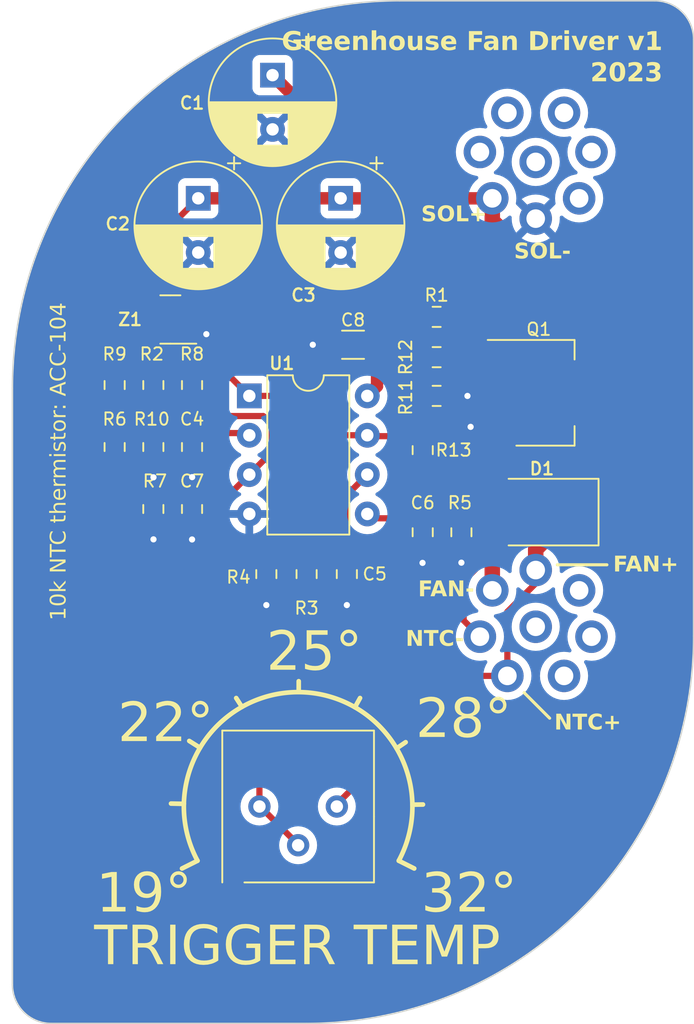
<source format=kicad_pcb>
(kicad_pcb (version 20221018) (generator pcbnew)
  (layers (0 "F.Cu" signal) (31 "B.Cu" signal) (34 "B.Paste" user) (35 "F.Paste" user) (36 "B.SilkS" user "B.Silkscreen") (37 "F.SilkS" user "F.Silkscreen") (38 "B.Mask" user) (39 "F.Mask" user) (44 "Edge.Cuts" user))
  (net 0 "")
  (net 1 "+SOL")
  (net 2 "GND")
  (net 3 "/EN_V")
  (net 4 "/EN_Vref")
  (net 5 "Net-(Q1-G)")
  (net 6 "/EN_sig")
  (net 7 "Net-(Z1-K)")
  (net 8 "Net-(R3-Pad1)")
  (net 9 "/Temp_Vref")
  (net 10 "/NTC-")
  (net 11 "/FAN-")
  (footprint "Capacitor_SMD_Custom:C_0805_2012Metric_Custom" (layer "F.Cu") (at 176.9 93.5 -90)
    (fp_text reference "C6" (at -1.9 0 -180) (layer "F.SilkS") (effects (font (size 0.8 0.8) (thickness 0.12))))
    (fp_text value "100n")
    (pad "1" smd roundrect (at -0.9 0 270) (size 0.9 1.3) (layers "F.Cu" "F.Paste" "F.Mask") (net 10 "/NTC-"))
    (pad "2" smd roundrect (at 0.9 0 270) (size 0.9 1.3) (layers "F.Cu" "F.Paste" "F.Mask") (net 2 "GND"))
  )
  (footprint "Capacitor_SMD_Custom:C_0805_2012Metric_Custom" (layer "F.Cu") (at 159.5 92 -90)
    (fp_text reference "R7" (at -1.8 -0.1 -180) (layer "F.SilkS") (effects (font (size 0.8 0.8) (thickness 0.12))))
    (fp_text value "130k")
    (pad "1" smd roundrect (at -0.9 0 270) (size 0.9 1.3) (layers "F.Cu" "F.Paste" "F.Mask") (net 3 "/EN_V"))
    (pad "2" smd roundrect (at 0.9 0 270) (size 0.9 1.3) (layers "F.Cu" "F.Paste" "F.Mask") (net 2 "GND"))
  )
  (footprint "Capacitor_SMD_Custom:C_0805_2012Metric_Custom" (layer "F.Cu") (at 179.4 93.5 -90)
    (fp_text reference "R5" (at -1.9 0.1 -180) (layer "F.SilkS") (effects (font (size 0.8 0.8) (thickness 0.12))))
    (fp_text value "12k")
    (pad "1" smd roundrect (at -0.9 0 270) (size 0.9 1.3) (layers "F.Cu" "F.Paste" "F.Mask") (net 10 "/NTC-"))
    (pad "2" smd roundrect (at 0.9 0 270) (size 0.9 1.3) (layers "F.Cu" "F.Paste" "F.Mask") (net 2 "GND"))
  )
  (footprint "Package_DIP:DIP-8_W7.62mm" (layer "F.Cu") (at 165.7 84.7)
    (fp_text reference "U1" (at 2.1 -2.1) (layer "F.SilkS") (effects (font (size 0.8 0.8))))
    (fp_text value "LM393")
    (pad "1" thru_hole rect (at 0 0) (size 1.6 1.6) (drill 0.8) (layers "*.Cu" "*.Mask") (net 6 "/EN_sig"))
    (pad "2" thru_hole oval (at 0 2.54) (size 1.6 1.6) (drill 0.8) (layers "*.Cu" "*.Mask") (net 4 "/EN_Vref"))
    (pad "3" thru_hole oval (at 0 5.08) (size 1.6 1.6) (drill 0.8) (layers "*.Cu" "*.Mask") (net 3 "/EN_V"))
    (pad "4" thru_hole oval (at 0 7.62) (size 1.6 1.6) (drill 0.8) (layers "*.Cu" "*.Mask") (net 2 "GND"))
    (pad "5" thru_hole oval (at 7.62 7.62) (size 1.6 1.6) (drill 0.8) (layers "*.Cu" "*.Mask") (net 10 "/NTC-"))
    (pad "6" thru_hole oval (at 7.62 5.08) (size 1.6 1.6) (drill 0.8) (layers "*.Cu" "*.Mask") (net 9 "/Temp_Vref"))
    (pad "7" thru_hole oval (at 7.62 2.54) (size 1.6 1.6) (drill 0.8) (layers "*.Cu" "*.Mask") (net 6 "/EN_sig"))
    (pad "8" thru_hole oval (at 7.62 0) (size 1.6 1.6) (drill 0.8) (layers "*.Cu" "*.Mask") (net 1 "+SOL"))
  )
  (footprint "Capacitor_SMD_Custom:C_0805_2012Metric_Custom" (layer "F.Cu") (at 157 88 -90)
    (fp_text reference "R6" (at -1.8 0 -180) (layer "F.SilkS") (effects (font (size 0.8 0.8) (thickness 0.12))))
    (fp_text value "91k")
    (pad "1" smd roundrect (at -0.9 0 270) (size 0.9 1.3) (layers "F.Cu" "F.Paste" "F.Mask") (net 1 "+SOL"))
    (pad "2" smd roundrect (at 0.9 0 270) (size 0.9 1.3) (layers "F.Cu" "F.Paste" "F.Mask") (net 3 "/EN_V"))
  )
  (footprint "Capacitor_THT:CP_Radial_D8.0mm_P3.50mm" (layer "F.Cu") (at 171.6 71.947349 -90)
    (fp_text reference "C3" (at 6.252651 2.4 180) (layer "F.SilkS") (effects (font (size 0.8 0.8))))
    (fp_text value "100uF")
    (pad "1" thru_hole rect (at 0 0 270) (size 1.6 1.6) (drill 0.8) (layers "*.Cu" "*.Mask") (net 1 "+SOL"))
    (pad "2" thru_hole circle (at 3.5 0 270) (size 1.6 1.6) (drill 0.8) (layers "*.Cu" "*.Mask") (net 2 "GND"))
  )
  (footprint "Capacitor_SMD_Custom:C_0805_2012Metric_Custom" (layer "F.Cu") (at 162 84 90)
    (fp_text reference "R8" (at 2 0 180) (layer "F.SilkS") (effects (font (size 0.8 0.8) (thickness 0.12))))
    (fp_text value "470k")
    (pad "1" smd roundrect (at -0.9 0 90) (size 0.9 1.3) (layers "F.Cu" "F.Paste" "F.Mask") (net 3 "/EN_V"))
    (pad "2" smd roundrect (at 0.9 0 90) (size 0.9 1.3) (layers "F.Cu" "F.Paste" "F.Mask") (net 6 "/EN_sig"))
  )
  (footprint "Package_TO_SOT_SMD_Custom:SOT-223_Custom_DiodesIncorporated" (layer "F.Cu") (at 184.8 84.5)
    (fp_text reference "Q1" (at -0.4 -4.1) (layer "F.SilkS") (effects (font (size 0.8 0.8) (thickness 0.12))))
    (fp_text value "DMN6075S")
    (pad "1" smd roundrect (at -3.2 -2.3) (size 1.6 1.2) (layers "F.Cu" "F.Paste" "F.Mask") (roundrect_rratio 0.2) (net 5 "Net-(Q1-G)"))
    (pad "2" smd roundrect (at -3.2 2.3) (size 1.6 1.2) (layers "F.Cu" "F.Paste" "F.Mask") (roundrect_rratio 0.2) (net 2 "GND"))
    (pad "3" smd roundrect (at -3.2 0) (size 1.6 1.2) (layers "F.Cu" "F.Paste" "F.Mask") (roundrect_rratio 0.2) (net 11 "/FAN-"))
    (pad "3" smd roundrect (at 3.2 0) (size 1.6 3.5) (layers "F.Cu" "F.Paste" "F.Mask") (roundrect_rratio 0.2) (net 11 "/FAN-"))
  )
  (footprint "Capacitor_SMD_Custom:C_0805_2012Metric_Custom" (layer "F.Cu") (at 177.800001 82.2)
    (fp_text reference "R12" (at -2.000001 0 90) (layer "F.SilkS") (effects (font (size 0.8 0.8) (thickness 0.12))))
    (fp_text value "20R")
    (pad "1" smd roundrect (at -0.9 0) (size 0.9 1.3) (layers "F.Cu" "F.Paste" "F.Mask") (net 6 "/EN_sig"))
    (pad "2" smd roundrect (at 0.9 0) (size 0.9 1.3) (layers "F.Cu" "F.Paste" "F.Mask") (net 5 "Net-(Q1-G)"))
  )
  (footprint "Capacitor_SMD_Custom:C_0805_2012Metric_Custom" (layer "F.Cu") (at 162 92 -90)
    (fp_text reference "C7" (at -1.8 0 -180) (layer "F.SilkS") (effects (font (size 0.8 0.8) (thickness 0.12))))
    (fp_text value "100n")
    (pad "1" smd roundrect (at -0.9 0 270) (size 0.9 1.3) (layers "F.Cu" "F.Paste" "F.Mask") (net 3 "/EN_V"))
    (pad "2" smd roundrect (at 0.9 0 270) (size 0.9 1.3) (layers "F.Cu" "F.Paste" "F.Mask") (net 2 "GND"))
  )
  (footprint "Capacitor_SMD_Custom:C_1206_3216Metric_Custom" (layer "F.Cu") (at 172.4 81.4 180)
    (fp_text reference "C8" (at 0 1.6 180) (layer "F.SilkS") (effects (font (size 0.8 0.8) (thickness 0.12))))
    (fp_text value "100n C0G" hide)
    (pad "1" smd roundrect (at -1.55 0 180) (size 0.9 1.6) (layers "F.Cu" "F.Paste" "F.Mask") (roundrect_rratio 0.2173911111) (net 1 "+SOL"))
    (pad "2" smd roundrect (at 1.55 0 180) (size 0.9 1.6) (layers "F.Cu" "F.Paste" "F.Mask") (roundrect_rratio 0.2173911111) (net 2 "GND"))
  )
  (footprint "Capacitor_SMD_Custom:C_0805_2012Metric_Custom" (layer "F.Cu") (at 159.5 88 -90)
    (fp_text reference "R10" (at -1.8 0.1 -180) (layer "F.SilkS") (effects (font (size 0.8 0.8) (thickness 0.12))))
    (fp_text value "47k")
    (pad "1" smd roundrect (at -0.9 0 270) (size 0.9 1.3) (layers "F.Cu" "F.Paste" "F.Mask") (net 4 "/EN_Vref"))
    (pad "2" smd roundrect (at 0.9 0 270) (size 0.9 1.3) (layers "F.Cu" "F.Paste" "F.Mask") (net 2 "GND"))
  )
  (footprint "Capacitor_THT:CP_Radial_D8.0mm_P3.50mm" (layer "F.Cu") (at 167.2 64 -90)
    (fp_text reference "C1" (at 1.8 5.2) (layer "F.SilkS") (effects (font (size 0.8 0.8))))
    (fp_text value "100uF")
    (pad "1" thru_hole rect (at 0 0 270) (size 1.6 1.6) (drill 0.8) (layers "*.Cu" "*.Mask") (net 1 "+SOL"))
    (pad "2" thru_hole circle (at 3.5 0 270) (size 1.6 1.6) (drill 0.8) (layers "*.Cu" "*.Mask") (net 2 "GND"))
  )
  (footprint "Capacitor_SMD_Custom:C_0805_2012Metric_Custom" (layer "F.Cu") (at 166.8 96.2 -90)
    (fp_text reference "R4" (at 0.2 1.8 -180) (layer "F.SilkS") (effects (font (size 0.8 0.8) (thickness 0.12))))
    (fp_text value "100k")
    (pad "1" smd roundrect (at -0.9 0 270) (size 0.9 1.3) (layers "F.Cu" "F.Paste" "F.Mask") (net 9 "/Temp_Vref"))
    (pad "2" smd roundrect (at 0.9 0 270) (size 0.9 1.3) (layers "F.Cu" "F.Paste" "F.Mask") (net 2 "GND"))
  )
  (footprint "Capacitor_THT:CP_Radial_D8.0mm_P3.50mm" (layer "F.Cu") (at 162.4 71.947349 -90)
    (fp_text reference "C2" (at 1.652651 5.2 180) (layer "F.SilkS") (effects (font (size 0.8 0.8))))
    (fp_text value "100uF")
    (pad "1" thru_hole rect (at 0 0 270) (size 1.6 1.6) (drill 0.8) (layers "*.Cu" "*.Mask") (net 1 "+SOL"))
    (pad "2" thru_hole circle (at 3.5 0 270) (size 1.6 1.6) (drill 0.8) (layers "*.Cu" "*.Mask") (net 2 "GND"))
  )
  (footprint "Capacitor_SMD_Custom:C_0805_2012Metric_Custom" (layer "F.Cu") (at 159.5 84 -90)
    (fp_text reference "R2" (at -2 0.1 -180) (layer "F.SilkS") (effects (font (size 0.8 0.8) (thickness 0.12))))
    (fp_text value "33k")
    (pad "1" smd roundrect (at -0.9 0 270) (size 0.9 1.3) (layers "F.Cu" "F.Paste" "F.Mask") (net 7 "Net-(Z1-K)"))
    (pad "2" smd roundrect (at 0.9 0 270) (size 0.9 1.3) (layers "F.Cu" "F.Paste" "F.Mask") (net 4 "/EN_Vref"))
  )
  (footprint "Capacitor_SMD_Custom:C_0805_2012Metric_Custom" (layer "F.Cu") (at 177.8 84.699999)
    (fp_text reference "R11" (at -2 0.100001 90) (layer "F.SilkS") (effects (font (size 0.8 0.8) (thickness 0.12))))
    (fp_text value "33k")
    (pad "1" smd roundrect (at -0.9 0) (size 0.9 1.3) (layers "F.Cu" "F.Paste" "F.Mask") (net 6 "/EN_sig"))
    (pad "2" smd roundrect (at 0.9 0) (size 0.9 1.3) (layers "F.Cu" "F.Paste" "F.Mask") (net 2 "GND"))
  )
  (footprint "Diode_SMD:D_SMB" (layer "F.Cu") (at 184.6 92.2 180)
    (fp_text reference "D1" (at 0 2.8 180) (layer "F.SilkS") (effects (font (size 0.8 0.8))))
    (fp_text value "SS110B")
    (pad "1" smd roundrect (at -2.15 0 180) (size 2.5 2.3) (layers "F.Cu" "F.Paste" "F.Mask") (roundrect_rratio 0.1086956522) (net 1 "+SOL"))
    (pad "2" smd roundrect (at 2.15 0 180) (size 2.5 2.3) (layers "F.Cu" "F.Paste" "F.Mask") (roundrect_rratio 0.1086956522) (net 11 "/FAN-"))
  )
  (footprint "Capacitor_SMD_Custom:C_0805_2012Metric_Custom" (layer "F.Cu") (at 169.4 96.2 90)
    (fp_text reference "R3" (at -2.2 0 180) (layer "F.SilkS") (effects (font (size 0.8 0.8) (thickness 0.12))))
    (fp_text value "47k")
    (pad "1" smd roundrect (at -0.9 0 90) (size 0.9 1.3) (layers "F.Cu" "F.Paste" "F.Mask") (net 8 "Net-(R3-Pad1)"))
    (pad "2" smd roundrect (at 0.9 0 90) (size 0.9 1.3) (layers "F.Cu" "F.Paste" "F.Mask") (net 9 "/Temp_Vref"))
  )
  (footprint "Capacitor_SMD_Custom:C_0805_2012Metric_Custom" (layer "F.Cu") (at 176.9 88.2 90)
    (fp_text reference "R13" (at 0 2 180) (layer "F.SilkS") (effects (font (size 0.8 0.8) (thickness 0.12))))
    (fp_text value "220k")
    (pad "1" smd roundrect (at -0.9 0 90) (size 0.9 1.3) (layers "F.Cu" "F.Paste" "F.Mask") (net 10 "/NTC-"))
    (pad "2" smd roundrect (at 0.9 0 90) (size 0.9 1.3) (layers "F.Cu" "F.Paste" "F.Mask") (net 6 "/EN_sig"))
  )
  (footprint "Capacitor_SMD_Custom:C_0805_2012Metric_Custom" (layer "F.Cu") (at 177.8 79.6)
    (fp_text reference "R1" (at 0 -1.4) (layer "F.SilkS") (effects (font (size 0.8 0.8) (thickness 0.12))))
    (fp_text value "47k")
    (pad "1" smd roundrect (at -0.9 0) (size 0.9 1.3) (layers "F.Cu" "F.Paste" "F.Mask") (net 1 "+SOL"))
    (pad "2" smd roundrect (at 0.9 0) (size 0.9 1.3) (layers "F.Cu" "F.Paste" "F.Mask") (net 6 "/EN_sig"))
  )
  (footprint "Capacitor_SMD_Custom:C_0805_2012Metric_Custom" (layer "F.Cu") (at 162 88 -90)
    (fp_text reference "C4" (at -1.8 0 -180) (layer "F.SilkS") (effects (font (size 0.8 0.8) (thickness 0.12))))
    (fp_text value "100n")
    (pad "1" smd roundrect (at -0.9 0 270) (size 0.9 1.3) (layers "F.Cu" "F.Paste" "F.Mask") (net 4 "/EN_Vref"))
    (pad "2" smd roundrect (at 0.9 0 270) (size 0.9 1.3) (layers "F.Cu" "F.Paste" "F.Mask") (net 2 "GND"))
  )
  (footprint "Capacitor_SMD_Custom:C_0805_2012Metric_Custom" (layer "F.Cu") (at 157 84 -90)
    (fp_text reference "R9" (at -2 0 -180) (layer "F.SilkS") (effects (font (size 0.8 0.8) (thickness 0.12))))
    (fp_text value "2k")
    (pad "1" smd roundrect (at -0.9 0 270) (size 0.9 1.3) (layers "F.Cu" "F.Paste" "F.Mask") (net 1 "+SOL"))
    (pad "2" smd roundrect (at 0.9 0 270) (size 0.9 1.3) (layers "F.Cu" "F.Paste" "F.Mask") (net 7 "Net-(Z1-K)"))
  )
  (footprint "Package_TO_SOT_SMD:SOT-23" (layer "F.Cu") (at 160.6 79.768764 180)
    (fp_text reference "Z1" (at 2.6 0 180) (layer "F.SilkS") (effects (font (size 0.8 0.8))))
    (fp_text value "BZX84B18LT1G (18V)")
    (pad "1" smd roundrect (at -0.9375 -0.95 180) (size 1.475 0.6) (layers "F.Cu" "F.Paste" "F.Mask") (net 2 "GND"))
    (pad "2" smd roundrect (at -0.9375 0.95 180) (size 1.475 0.6) (layers "F.Cu" "F.Paste" "F.Mask"))
    (pad "3" smd roundrect (at 0.9375 0 180) (size 1.475 0.6) (layers "F.Cu" "F.Paste" "F.Mask") (net 7 "Net-(Z1-K)"))
  )
  (footprint "Capacitor_SMD_Custom:C_0805_2012Metric_Custom" (layer "F.Cu") (at 172 96.2 -90)
    (fp_text reference "C5" (at 0 -1.8 -180) (layer "F.SilkS") (effects (font (size 0.8 0.8) (thickness 0.12))))
    (fp_text value "100n")
    (pad "1" smd roundrect (at -0.9 0 270) (size 0.9 1.3) (layers "F.Cu" "F.Paste" "F.Mask") (net 9 "/Temp_Vref"))
    (pad "2" smd roundrect (at 0.9 0 270) (size 0.9 1.3) (layers "F.Cu" "F.Paste" "F.Mask") (net 2 "GND"))
  )
  (footprint "Potentiometer_THT_Custom:Potentiometer_Trimmer_72PTR100KLF_Custom" (layer "F.Cu") (at 168.853048 111.2 -90)
    (fp_text reference "RV1" hide)
    (fp_text value "B100k")
    (pad "1" thru_hole circle (at 0 2.5 270) (size 1.44 1.44) (drill 0.8) (layers "*.Cu" "*.Mask") (net 8 "Net-(R3-Pad1)"))
    (pad "2" thru_hole circle (at 2.5 0 270) (size 1.44 1.44) (drill 0.8) (layers "*.Cu" "*.Mask") (net 8 "Net-(R3-Pad1)"))
    (pad "3" thru_hole circle (at 0 -2.5 270) (size 1.44 1.44) (drill 0.8) (layers "*.Cu" "*.Mask") (net 1 "+SOL"))
  )
  (footprint "Connector_ODS_Custom:ODS_CCBPM08MCC" (layer "B.Cu") (at 184.2 99.599999)
    (fp_text reference "J1" hide)
    (fp_text value "Fan/NTC")
    (pad "1" thru_hole circle (at -1.83 3.17) (size 2.1 2.1) (drill 1.2) (layers "*.Cu" "*.Mask") (net 1 "+SOL"))
    (pad "2" thru_hole circle (at -3.605 0.64) (size 2.1 2.1) (drill 1.2) (layers "*.Cu" "*.Mask") (net 10 "/NTC-"))
    (pad "3" thru_hole circle (at -2.805 -2.35) (size 2.1 2.1) (drill 1.2) (layers "*.Cu" "*.Mask") (net 11 "/FAN-"))
    (pad "4" thru_hole circle (at 0 -3.66) (size 2.1 2.1) (drill 1.2) (layers "*.Cu" "*.Mask") (net 1 "+SOL"))
    (pad "5" thru_hole circle (at 2.805 -2.35) (size 2.1 2.1) (drill 1.2) (layers "*.Cu" "*.Mask"))
    (pad "6" thru_hole circle (at 3.605 0.64) (size 2.1 2.1) (drill 1.2) (layers "*.Cu" "*.Mask"))
    (pad "7" thru_hole circle (at 1.83 3.17) (size 2.1 2.1) (drill 1.2) (layers "*.Cu" "*.Mask"))
    (pad "8" thru_hole circle (at 0 0) (size 2.1 2.1) (drill 1.2) (layers "*.Cu" "*.Mask"))
  )
  (footprint "Connector_ODS_Custom:ODS_CCBPM08MCC" (layer "B.Cu") (at 184.2 69.6 180)
    (fp_text reference "J2" hide)
    (fp_text value "Solar Panel")
    (pad "1" thru_hole circle (at -1.83 3.17 180) (size 2.1 2.1) (drill 1.2) (layers "*.Cu" "*.Mask"))
    (pad "2" thru_hole circle (at -3.605 0.64 180) (size 2.1 2.1) (drill 1.2) (layers "*.Cu" "*.Mask"))
    (pad "3" thru_hole circle (at -2.805 -2.35 180) (size 2.1 2.1) (drill 1.2) (layers "*.Cu" "*.Mask"))
    (pad "4" thru_hole circle (at 0 -3.66 180) (size 2.1 2.1) (drill 1.2) (layers "*.Cu" "*.Mask") (net 2 "GND"))
    (pad "5" thru_hole circle (at 2.805 -2.35 180) (size 2.1 2.1) (drill 1.2) (layers "*.Cu" "*.Mask") (net 1 "+SOL"))
    (pad "6" thru_hole circle (at 3.605 0.64 180) (size 2.1 2.1) (drill 1.2) (layers "*.Cu" "*.Mask"))
    (pad "7" thru_hole circle (at 1.83 3.17 180) (size 2.1 2.1) (drill 1.2) (layers "*.Cu" "*.Mask"))
    (pad "8" thru_hole circle (at 0 0 180) (size 2.1 2.1) (drill 1.2) (layers "*.Cu" "*.Mask"))
  )
  (gr_line (start 161.472619 111.028935) (end 160.641801 111.010849) (stroke (width 0.3)) (layer "F.SilkS"))
  (gr_arc (start 162.353048 114.699999) (mid 168.853048 103.817589) (end 175.353048 114.699999) (stroke (width 0.3)) (layer "F.SilkS"))
  (gr_line (start 162.353048 114.699999) (end 161.353048 115.199999) (stroke (width 0.3)) (layer "F.SilkS"))
  (gr_line (start 185.6 95.6) (end 188.8 95.6) (stroke (width 0.2)) (layer "F.SilkS"))
  (gr_line (start 162.518047 107.409518) (end 161.820891 106.969787) (stroke (width 0.3)) (layer "F.SilkS"))
  (gr_line (start 168.89116 103.114716) (end 168.89065 103.790531) (stroke (width 0.3)) (layer "F.SilkS"))
  (gr_line (start 175.211439 107.448886) (end 175.799453 107.049933) (stroke (width 0.3)) (layer "F.SilkS"))
  (gr_line (start 183.457792 103.857792) (end 185.100544 105.500544) (stroke (width 0.2)) (layer "F.SilkS"))
  (gr_line (start 165.222001 104.772287) (end 164.853048 104.199999) (stroke (width 0.3)) (layer "F.SilkS"))
  (gr_line (start 175.353048 114.699999) (end 176.353048 115.199999) (stroke (width 0.3)) (layer "F.SilkS"))
  (gr_line (start 176.234502 111.081154) (end 176.917361 111.071371) (stroke (width 0.3)) (layer "F.SilkS"))
  (gr_line (start 172.522137 104.793926) (end 172.853048 104.199999) (stroke (width 0.3)) (layer "F.SilkS"))
  (gr_arc (start 152.9 125.2) (mid 151.132233 124.467767) (end 150.4 122.7) (stroke (width 0.1)) (layer "Edge.Cuts"))
  (gr_line (start 150.4 84.2) (end 150.4 122.7) (stroke (width 0.1)) (layer "Edge.Cuts"))
  (gr_line (start 152.9 125.2) (end 169.4 125.2) (stroke (width 0.1)) (layer "Edge.Cuts"))
  (gr_arc (start 191.9 59.2) (mid 193.667767 59.932233) (end 194.4 61.7) (stroke (width 0.1)) (layer "Edge.Cuts"))
  (gr_arc (start 194.4 100.2) (mid 187.07767 117.87767) (end 169.4 125.2) (stroke (width 0.1)) (layer "Edge.Cuts"))
  (gr_arc (start 150.4 84.2) (mid 157.72233 66.52233) (end 175.4 59.2) (stroke (width 0.1)) (layer "Edge.Cuts"))
  (gr_line (start 194.4 100.2) (end 194.4 61.7) (stroke (width 0.1)) (layer "Edge.Cuts"))
  (gr_line (start 191.9 59.2) (end 175.4 59.2) (stroke (width 0.1)) (layer "Edge.Cuts"))
  (gr_text "FAN-" (at 176.6 97.8) (layer "F.SilkS") (effects (font (size 1 1) (thickness 0.25) bold) (justify left bottom)))
  (gr_text "SOL-" (at 182.8 76) (layer "F.SilkS") (effects (font (size 1 1) (thickness 0.25) bold) (justify left bottom)))
  (gr_text "10k NTC thermistor: ACC-104" (at 154 99.2 90) (layer "F.SilkS") (effects (font (size 1 1) (thickness 0.125)) (justify left bottom)))
  (gr_text "SOL+" (at 176.8 73.6) (layer "F.SilkS") (effects (font (size 1 1) (thickness 0.25) bold) (justify left bottom)))
  (gr_text "25°" (at 166.8 102.8) (layer "F.SilkS") (effects (font (size 2.5 2.5)) (justify left bottom)))
  (gr_text "TRIGGER TEMP" (at 168.8 121.8) (layer "F.SilkS") (effects (font (size 2.5 2.5) (thickness 0.25)) (justify bottom)))
  (gr_text "19°" (at 155.8 118.4) (layer "F.SilkS") (effects (font (size 2.5 2.5)) (justify left bottom)))
  (gr_text "FAN+" (at 189.2 96.2) (layer "F.SilkS") (effects (font (size 1 1) (thickness 0.25) bold) (justify left bottom)))
  (gr_text "NTC-" (at 175.8 101) (layer "F.SilkS") (effects (font (size 1 1) (thickness 0.25) bold) (justify left bottom)))
  (gr_text "22°" (at 157.2 107.4) (layer "F.SilkS") (effects (font (size 2.5 2.5)) (justify left bottom)))
  (gr_text "32°" (at 176.8 118.4) (layer "F.SilkS") (effects (font (size 2.5 2.5)) (justify left bottom)))
  (gr_text "NTC+" (at 185.4 106.4) (layer "F.SilkS") (effects (font (size 1 1) (thickness 0.25) bold) (justify left bottom)))
  (gr_text "28°" (at 176.445538 107.134556) (layer "F.SilkS") (effects (font (size 2.5 2.5)) (justify left bottom)))
  (gr_text "Greenhouse Fan Driver v1\n2023" (at 192.4 64.6) (layer "F.SilkS") (effects (font (size 1.2 1.2) (thickness 0.2) bold) (justify right bottom)))
  (segment (start 155.6 83.5) (end 156 83.1) (width 0.4) (layer "F.Cu") (net 1))
  (segment (start 171.353048 111.046952) (end 179.630001 102.769999) (width 0.4) (layer "F.Cu") (net 1))
  (segment (start 171.353048 111.2) (end 171.353048 111.046952) (width 0.4) (layer "F.Cu") (net 1))
  (segment (start 190 82) (end 190 88.95) (width 1) (layer "F.Cu") (net 1))
  (segment (start 190 88.95) (end 186.75 92.2) (width 1) (layer "F.Cu") (net 1))
  (segment (start 155.9 87.1) (end 155.6 86.8) (width 0.4) (layer "F.Cu") (net 1))
  (segment (start 171.6 71.947349) (end 169.4 71.947349) (width 0.8) (layer "F.Cu") (net 1))
  (segment (start 184.2 96.8) (end 184.2 95.939999) (width 0.4) (layer "F.Cu") (net 1))
  (segment (start 169.4 71.947349) (end 162.4 71.947349) (width 0.8) (layer "F.Cu") (net 1))
  (segment (start 167.2 64) (end 169.4 66.2) (width 0.8) (layer "F.Cu") (net 1))
  (segment (start 174 71.95) (end 171.602651 71.95) (width 0.8) (layer "F.Cu") (net 1))
  (segment (start 182.37 98.63) (end 184.2 96.8) (width 0.4) (layer "F.Cu") (net 1))
  (segment (start 176.9 79.6) (end 173.95 79.6) (width 0.4) (layer "F.Cu") (net 1))
  (segment (start 157 87.1) (end 155.9 87.1) (width 0.4) (layer "F.Cu") (net 1))
  (segment (start 173.95 84.07) (end 173.95 81.4) (width 0.8) (layer "F.Cu") (net 1))
  (segment (start 186.6 92.2) (end 186.75 92.2) (width 1) (layer "F.Cu") (net 1))
  (segment (start 173.95 79.6) (end 173.95 72) (width 0.8) (layer "F.Cu") (net 1))
  (segment (start 181.395 71.95) (end 174 71.95) (width 0.8) (layer "F.Cu") (net 1))
  (segment (start 184.2 95.939999) (end 184.2 94.6) (width 1) (layer "F.Cu") (net 1))
  (segment (start 173.95 72) (end 174 71.95) (width 0.8) (layer "F.Cu") (net 1))
  (segment (start 156 83.1) (end 157 83.1) (width 0.4) (layer "F.Cu") (net 1))
  (segment (start 181.395 73.395) (end 190 82) (width 1) (layer "F.Cu") (net 1))
  (segment (start 169.4 66.2) (end 169.4 71.947349) (width 0.8) (layer "F.Cu") (net 1))
  (segment (start 157 77.347349) (end 162.4 71.947349) (width 0.4) (layer "F.Cu") (net 1))
  (segment (start 157 83.1) (end 157 77.347349) (width 0.4) (layer "F.Cu") (net 1))
  (segment (start 181.395 71.95) (end 181.395 73.395) (width 1) (layer "F.Cu") (net 1))
  (segment (start 184.2 94.6) (end 186.6 92.2) (width 1) (layer "F.Cu") (net 1))
  (segment (start 155.6 86.8) (end 155.6 83.5) (width 0.4) (layer "F.Cu") (net 1))
  (segment (start 179.630001 102.769999) (end 182.37 102.769999) (width 0.4) (layer "F.Cu") (net 1))
  (segment (start 171.602651 71.95) (end 171.6 71.947349) (width 0.6) (layer "F.Cu") (net 1))
  (segment (start 173.32 84.7) (end 173.95 84.07) (width 0.8) (layer "F.Cu") (net 1))
  (segment (start 182.37 102.769999) (end 182.37 98.63) (width 0.4) (layer "F.Cu") (net 1))
  (segment (start 173.95 81.4) (end 173.95 79.6) (width 0.8) (layer "F.Cu") (net 1))
  (segment (start 181.6 86.7) (end 179.997177 86.7) (width 0.8) (layer "F.Cu") (net 2))
  (segment (start 159.5077 88.889238) (end 159.5077 89.954532) (width 0.4) (layer "F.Cu") (net 2))
  (segment (start 176.9 95.466128) (end 176.88894 95.477188) (width 0.4) (layer "F.Cu") (net 2))
  (segment (start 176.9 94.4) (end 176.9 95.466128) (width 0.4) (layer "F.Cu") (net 2))
  (segment (start 172 97.1) (end 172 98.2) (width 0.4) (layer "F.Cu") (net 2))
  (segment (start 162.921865 80.718764) (end 162.923924 80.716705) (width 0.4) (layer "F.Cu") (net 2))
  (segment (start 161.5375 80.718764) (end 162.921865 80.718764) (width 0.4) (layer "F.Cu") (net 2))
  (segment (start 162 92.9) (end 162 93.965294) (width 0.4) (layer "F.Cu") (net 2))
  (segment (start 162 93.965294) (end 162.000834 93.966128) (width 0.4) (layer "F.Cu") (net 2))
  (segment (start 170.85 81.4) (end 169.8 81.4) (width 0.8) (layer "F.Cu") (net 2))
  (segment (start 159.508928 92.908928) (end 159.5 92.9) (width 0.4) (layer "F.Cu") (net 2))
  (segment (start 179.4 95.463018) (end 179.4 94.4) (width 0.4) (layer "F.Cu") (net 2))
  (segment (start 162.006374 88.87649) (end 162.006374 89.941784) (width 0.4) (layer "F.Cu") (net 2))
  (segment (start 179.793568 84.699999) (end 178.7 84.699999) (width 0.4) (layer "F.Cu") (net 2))
  (segment (start 166.8 97.1) (end 166.8 98.2) (width 0.4) (layer "F.Cu") (net 2))
  (segment (start 159.508928 93.959187) (end 159.508928 92.908928) (width 0.4) (layer "F.Cu") (net 2))
  (via (at 179.791773 84.702833) (size 0.8) (drill 0.4) (layers "F.Cu" "B.Cu") (net 2))
  (via (at 162.000834 93.966128) (size 0.8) (drill 0.4) (layers "F.Cu" "B.Cu") (net 2))
  (via (at 159.508928 93.959187) (size 0.8) (drill 0.4) (layers "F.Cu" "B.Cu") (net 2))
  (via (at 176.88894 95.477188) (size 0.8) (drill 0.4) (layers "F.Cu" "B.Cu") (net 2))
  (via (at 166.8 98.2) (size 0.8) (drill 0.4) (layers "F.Cu" "B.Cu") (net 2))
  (via (at 162.007208 89.942618) (size 0.8) (drill 0.4) (layers "F.Cu" "B.Cu") (net 2))
  (via (at 179.995372 86.698195) (size 0.8) (drill 0.4) (layers "F.Cu" "B.Cu") (net 2))
  (via (at 169.8 81.4) (size 0.8) (drill 0.4) (layers "F.Cu" "B.Cu") (net 2))
  (via (at 172 98.2) (size 0.8) (drill 0.4) (layers "F.Cu" "B.Cu") (net 2))
  (via (at 159.508534 89.955366) (size 0.8) (drill 0.4) (layers "F.Cu" "B.Cu") (net 2))
  (via (at 179.4 95.463018) (size 0.8) (drill 0.4) (layers "F.Cu" "B.Cu") (net 2))
  (via (at 162.923924 80.716705) (size 0.8) (drill 0.4) (layers "F.Cu" "B.Cu") (net 2))
  (segment (start 162 91.1) (end 159.5 91.1) (width 0.4) (layer "F.Cu") (net 3))
  (segment (start 167.151407 88.328593) (end 167.151407 86.551407) (width 0.4) (layer "F.Cu") (net 3))
  (segment (start 157 89.8) (end 157 88.9) (width 0.4) (layer "F.Cu") (net 3))
  (segment (start 165.7 89.78) (end 167.151407 88.328593) (width 0.4) (layer "F.Cu") (net 3))
  (segment (start 164.4 86) (end 163.3 84.9) (width 0.4) (layer "F.Cu") (net 3))
  (segment (start 167.151407 86.551407) (end 166.6 86) (width 0.4) (layer "F.Cu") (net 3))
  (segment (start 158.3 91.1) (end 157 89.8) (width 0.4) (layer "F.Cu") (net 3))
  (segment (start 166.6 86) (end 164.4 86) (width 0.4) (layer "F.Cu") (net 3))
  (segment (start 164.38 91.1) (end 165.7 89.78) (width 0.4) (layer "F.Cu") (net 3))
  (segment (start 159.5 91.1) (end 158.3 91.1) (width 0.4) (layer "F.Cu") (net 3))
  (segment (start 163.3 84.9) (end 162 84.9) (width 0.4) (layer "F.Cu") (net 3))
  (segment (start 164.38 91.1) (end 162 91.1) (width 0.4) (layer "F.Cu") (net 3))
  (segment (start 165.56 87.1) (end 162 87.1) (width 0.4) (layer "F.Cu") (net 4))
  (segment (start 165.7 87.24) (end 165.56 87.1) (width 0.4) (layer "F.Cu") (net 4))
  (segment (start 159.5 87.1) (end 159.5 84.9) (width 0.4) (layer "F.Cu") (net 4))
  (segment (start 162 87.1) (end 159.5 87.1) (width 0.4) (layer "F.Cu") (net 4))
  (segment (start 178.700001 82.2) (end 181.6 82.2) (width 0.4) (layer "F.Cu") (net 5))
  (segment (start 176.900001 82.2) (end 176.900001 81.267049) (width 0.4) (layer "F.Cu") (net 6))
  (segment (start 176.900001 82.2) (end 176.900001 84.699998) (width 0.4) (layer "F.Cu") (net 6))
  (segment (start 162 83.1) (end 164.1 83.1) (width 0.4) (layer "F.Cu") (net 6))
  (segment (start 173.32 87.24) (end 170.04 87.24) (width 0.4) (layer "F.Cu") (net 6))
  (segment (start 178.334937 80.865063) (end 178.7 80.5) (width 0.4) (layer "F.Cu") (net 6))
  (segment (start 176.9 87.3) (end 173.38 87.3) (width 0.4) (layer "F.Cu") (net 6))
  (segment (start 176.900001 81.267049) (end 177.301987 80.865063) (width 0.4) (layer "F.Cu") (net 6))
  (segment (start 177.301987 80.865063) (end 178.334937 80.865063) (width 0.4) (layer "F.Cu") (net 6))
  (segment (start 167.5 84.7) (end 165.7 84.7) (width 0.4) (layer "F.Cu") (net 6))
  (segment (start 176.900001 84.699998) (end 176.9 84.699999) (width 0.4) (layer "F.Cu") (net 6))
  (segment (start 178.7 80.5) (end 178.7 79.6) (width 0.4) (layer "F.Cu") (net 6))
  (segment (start 170.04 87.24) (end 167.5 84.7) (width 0.4) (layer "F.Cu") (net 6))
  (segment (start 164.1 83.1) (end 165.7 84.7) (width 0.4) (layer "F.Cu") (net 6))
  (segment (start 173.38 87.3) (end 173.32 87.24) (width 0.4) (layer "F.Cu") (net 6))
  (segment (start 176.9 84.699999) (end 176.9 87.3) (width 0.4) (layer "F.Cu") (net 6))
  (segment (start 159.5 83.1) (end 159.5 79.931264) (width 0.4) (layer "F.Cu") (net 7))
  (segment (start 159.5 79.931264) (end 159.6625 79.768764) (width 0.4) (layer "F.Cu") (net 7))
  (segment (start 159.1 83.1) (end 159.5 83.1) (width 0.4) (layer "F.Cu") (net 7))
  (segment (start 157.3 84.9) (end 159.1 83.1) (width 0.4) (layer "F.Cu") (net 7))
  (segment (start 157 84.9) (end 157.3 84.9) (width 0.4) (layer "F.Cu") (net 7))
  (segment (start 166.4 111.2) (end 168.853048 113.653048) (width 0.4) (layer "F.Cu") (net 8))
  (segment (start 166.353048 111.2) (end 166.4 111.2) (width 0.4) (layer "F.Cu") (net 8))
  (segment (start 169.4 106.4) (end 166.353048 109.446952) (width 0.4) (layer "F.Cu") (net 8))
  (segment (start 168.853048 113.653048) (end 168.853048 113.7) (width 0.4) (layer "F.Cu") (net 8))
  (segment (start 169.4 97.1) (end 169.4 106.4) (width 0.4) (layer "F.Cu") (net 8))
  (segment (start 166.353048 109.446952) (end 166.353048 111.2) (width 0.4) (layer "F.Cu") (net 8))
  (segment (start 172 95.3) (end 172 91.1) (width 0.4) (layer "F.Cu") (net 9))
  (segment (start 172 95.3) (end 169.4 95.3) (width 0.4) (layer "F.Cu") (net 9))
  (segment (start 169.4 95.3) (end 166.8 95.3) (width 0.4) (layer "F.Cu") (net 9))
  (segment (start 172 91.1) (end 173.32 89.78) (width 0.4) (layer "F.Cu") (net 9))
  (segment (start 179.545 99.189999) (end 179.545 96.655) (width 0.4) (layer "F.Cu") (net 10))
  (segment (start 176.9 92.6) (end 179.4 92.6) (width 0.4) (layer "F.Cu") (net 10))
  (segment (start 180.595 100.239999) (end 179.545 99.189999) (width 0.4) (layer "F.Cu") (net 10))
  (segment (start 176.9 92.6) (end 173.6 92.6) (width 0.4) (layer "F.Cu") (net 10))
  (segment (start 179.545 96.655) (end 180.45 95.75) (width 0.4) (layer "F.Cu") (net 10))
  (segment (start 180.45 95.75) (end 180.45 93.65) (width 0.4) (layer "F.Cu") (net 10))
  (segment (start 176.9 89.1) (end 176.9 92.6) (width 0.4) (layer "F.Cu") (net 10))
  (segment (start 180.45 93.65) (end 179.4 92.6) (width 0.4) (layer "F.Cu") (net 10))
  (segment (start 173.6 92.6) (end 173.32 92.32) (width 0.4) (layer "F.Cu") (net 10))
  (segment (start 181.60256 84.492025) (end 184.20256 84.492025) (width 1) (layer "F.Cu") (net 11))
  (segment (start 182.45 92.2) (end 182.45 90.15) (width 1) (layer "F.Cu") (net 11))
  (segment (start 182.4 94.4) (end 181.395 95.405) (width 1) (layer "F.Cu") (net 11))
  (segment (start 181.395 95.405) (end 181.395 97.249999) (width 1) (layer "F.Cu") (net 11))
  (segment (start 182.45 90.15) (end 183.8 88.8) (width 1) (layer "F.Cu") (net 11))
  (segment (start 184.20256 84.492025) (end 188.00256 84.492025) (width 1) (layer "F.Cu") (net 11))
  (segment (start 183.8 88.8) (end 183.8 84.492025) (width 1) (layer "F.Cu") (net 11))
  (segment (start 182.45 92.2) (end 182.4 92.25) (width 1) (layer "F.Cu") (net 11))
  (segment (start 182.4 92.25) (end 182.4 94.4) (width 1) (layer "F.Cu") (net 11))
  (zone (net 2) (net_name "GND") (layer "B.Cu") (connect_pads (clearance 0.5)) (min_thickness 0.25) (fill yes (thermal_gap 0.5) (thermal_bridge_width 0.5))
    (polygon (pts (xy 150.4 59.2) (xy 194.4 59.2) (xy 194.4 125.2) (xy 150.4 125.2)))
  )
)
</source>
